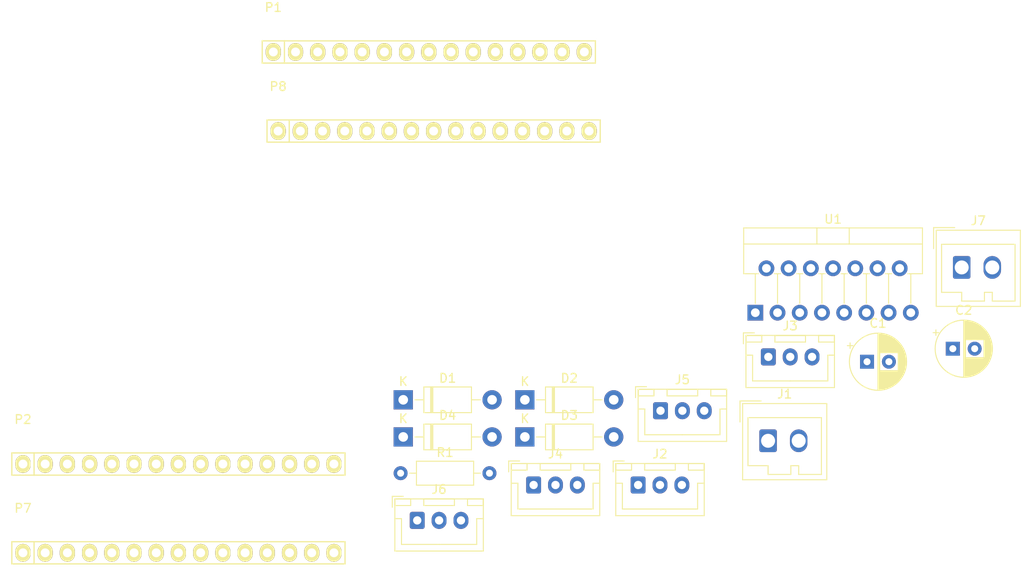
<source format=kicad_pcb>
(kicad_pcb (version 20211014) (generator pcbnew)
  (layers (0 "F.Cu" signal) (31 "B.Cu" signal) (34 "B.Paste" user) (35 "F.Paste" user) (36 "B.SilkS" user "B.Silkscreen") (37 "F.SilkS" user "F.Silkscreen") (38 "B.Mask" user) (39 "F.Mask" user) (44 "Edge.Cuts" user))
  (net 0 "")
  (net 1 "Vin")
  (net 2 "GND")
  (net 3 "Net-(D1-Pad2)")
  (net 4 "Net-(D3-Pad2)")
  (net 5 "+5V")
  (net 6 "A1")
  (net 7 "6(**)")
  (net 8 "A0")
  (net 9 "9(**)")
  (net 10 "A2")
  (net 11 "/1(Tx)")
  (net 12 "/0(Rx)")
  (net 13 "/Reset")
  (net 14 "/2")
  (net 15 "/3(**)")
  (net 16 "/4")
  (net 17 "5(**)")
  (net 18 "7")
  (net 19 "8")
  (net 20 "/10(**{slash}SS)")
  (net 21 "/11(**{slash}MOSI)")
  (net 22 "/12(MISO)")
  (net 23 "/A7")
  (net 24 "/A6")
  (net 25 "/A5")
  (net 26 "/A4")
  (net 27 "/A3")
  (net 28 "/AREF")
  (net 29 "+3V3")
  (net 30 "/13(SCK)")
  (footprint "Connector_Wago:Wago_734-132_1x02_P3.50mm_Vertical" (layer "F.Cu") (at 120.764759 96.4)
    (fp_text reference "J1" (at 1.9 -5.35) (layer "F.SilkS"))
    (fp_text value "POWER")
    (pad "1" thru_hole roundrect (at 0 0) (size 2 2.6) (drill 1.6) (layers *.Cu *.Mask) (roundrect_rratio 0.125) (net 2 "GND"))
    (pad "2" thru_hole oval (at 3.5 0) (size 2 2.6) (drill 1.6) (layers *.Cu *.Mask) (net 1 "Vin"))
  )
  (footprint "Capacitor_THT:CP_Radial_D6.3mm_P2.50mm" (layer "F.Cu") (at 141.89 85.86)
    (fp_text reference "C2" (at 1.25 -4.4) (layer "F.SilkS"))
    (fp_text value "0.1uF")
    (pad "1" thru_hole rect (at 0 0) (size 1.6 1.6) (drill 0.8) (layers *.Cu *.Mask) (net 1 "Vin"))
    (pad "2" thru_hole circle (at 2.5 0) (size 1.6 1.6) (drill 0.8) (layers *.Cu *.Mask) (net 2 "GND"))
  )
  (footprint "Connector_Wago:Wago_734-132_1x02_P3.50mm_Vertical" (layer "F.Cu") (at 142.904759 76.56)
    (fp_text reference "J7" (at 1.9 -5.35) (layer "F.SilkS"))
    (fp_text value "MOTOR")
    (pad "1" thru_hole roundrect (at 0 0) (size 2 2.6) (drill 1.6) (layers *.Cu *.Mask) (roundrect_rratio 0.125) (net 3 "Net-(D1-Pad2)"))
    (pad "2" thru_hole oval (at 3.5 0) (size 2 2.6) (drill 1.6) (layers *.Cu *.Mask) (net 4 "Net-(D3-Pad2)"))
  )
  (footprint "footprints:Socket_Strip_Arduino_1x15" (layer "F.Cu") (at 64.19 51.9)
    (fp_text reference "P1" (at 0 -5.1) (layer "F.SilkS"))
    (fp_text value "Digital")
    (pad "1" thru_hole oval (at 0 0) (size 1.7272 2.032) (drill 1.016) (layers *.Cu *.Mask "F.SilkS") (net 11 "/1(Tx)"))
    (pad "2" thru_hole oval (at 2.54 0) (size 1.7272 2.032) (drill 1.016) (layers *.Cu *.Mask "F.SilkS") (net 12 "/0(Rx)"))
    (pad "3" thru_hole oval (at 5.08 0) (size 1.7272 2.032) (drill 1.016) (layers *.Cu *.Mask "F.SilkS") (net 13 "/Reset"))
    (pad "4" thru_hole oval (at 7.62 0) (size 1.7272 2.032) (drill 1.016) (layers *.Cu *.Mask "F.SilkS") (net 2 "GND"))
    (pad "5" thru_hole oval (at 10.16 0) (size 1.7272 2.032) (drill 1.016) (layers *.Cu *.Mask "F.SilkS") (net 14 "/2"))
    (pad "6" thru_hole oval (at 12.7 0) (size 1.7272 2.032) (drill 1.016) (layers *.Cu *.Mask "F.SilkS") (net 15 "/3(**)"))
    (pad "7" thru_hole oval (at 15.24 0) (size 1.7272 2.032) (drill 1.016) (layers *.Cu *.Mask "F.SilkS") (net 16 "/4"))
    (pad "8" thru_hole oval (at 17.78 0) (size 1.7272 2.032) (drill 1.016) (layers *.Cu *.Mask "F.SilkS") (net 17 "5(**)"))
    (pad "9" thru_hole oval (at 20.32 0) (size 1.7272 2.032) (drill 1.016) (layers *.Cu *.Mask "F.SilkS") (net 7 "6(**)"))
    (pad "10" thru_hole oval (at 22.86 0) (size 1.7272 2.032) (drill 1.016) (layers *.Cu *.Mask "F.SilkS") (net 18 "7"))
    (pad "11" thru_hole oval (at 25.4 0) (size 1.7272 2.032) (drill 1.016) (layers *.Cu *.Mask "F.SilkS") (net 19 "8"))
    (pad "12" thru_hole oval (at 27.94 0) (size 1.7272 2.032) (drill 1.016) (layers *.Cu *.Mask "F.SilkS") (net 9 "9(**)"))
    (pad "13" thru_hole oval (at 30.48 0) (size 1.7272 2.032) (drill 1.016) (layers *.Cu *.Mask "F.SilkS") (net 20 "/10(**{slash}SS)"))
    (pad "14" thru_hole oval (at 33.02 0) (size 1.7272 2.032) (drill 1.016) (layers *.Cu *.Mask "F.SilkS") (net 21 "/11(**{slash}MOSI)"))
    (pad "15" thru_hole oval (at 35.56 0) (size 1.7272 2.032) (drill 1.016) (layers *.Cu *.Mask "F.SilkS") (net 22 "/12(MISO)"))
  )
  (footprint "Package_TO_SOT_THT:TO-220-15_P2.54x2.54mm_StaggerOdd_Lead4.58mm_Vertical" (layer "F.Cu") (at 119.304759 81.74)
    (fp_text reference "U1" (at 8.89 -10.7) (layer "F.SilkS"))
    (fp_text value "L298HN")
    (pad "1" thru_hole rect (at 0 0) (size 1.8 1.8) (drill 1) (layers *.Cu *.Mask) (net 2 "GND"))
    (pad "2" thru_hole oval (at 1.27 -5.08) (size 1.8 1.8) (drill 1) (layers *.Cu *.Mask) (net 3 "Net-(D1-Pad2)"))
    (pad "3" thru_hole oval (at 2.54 0) (size 1.8 1.8) (drill 1) (layers *.Cu *.Mask) (net 4 "Net-(D3-Pad2)"))
    (pad "4" thru_hole oval (at 3.81 -5.08) (size 1.8 1.8) (drill 1) (layers *.Cu *.Mask) (net 1 "Vin"))
    (pad "5" thru_hole oval (at 5.08 0) (size 1.8 1.8) (drill 1) (layers *.Cu *.Mask) (net 19 "8"))
    (pad "6" thru_hole oval (at 6.35 -5.08) (size 1.8 1.8) (drill 1) (layers *.Cu *.Mask) (net 17 "5(**)"))
    (pad "7" thru_hole oval (at 7.62 0) (size 1.8 1.8) (drill 1) (layers *.Cu *.Mask) (net 18 "7"))
    (pad "8" thru_hole oval (at 8.89 -5.08) (size 1.8 1.8) (drill 1) (layers *.Cu *.Mask) (net 2 "GND"))
    (pad "9" thru_hole oval (at 10.16 0) (size 1.8 1.8) (drill 1) (layers *.Cu *.Mask))
    (pad "10" thru_hole oval (at 11.43 -5.08) (size 1.8 1.8) (drill 1) (layers *.Cu *.Mask))
    (pad "11" thru_hole oval (at 12.7 0) (size 1.8 1.8) (drill 1) (layers *.Cu *.Mask))
    (pad "12" thru_hole oval (at 13.97 -5.08) (size 1.8 1.8) (drill 1) (layers *.Cu *.Mask))
    (pad "13" thru_hole oval (at 15.24 0) (size 1.8 1.8) (drill 1) (layers *.Cu *.Mask))
    (pad "14" thru_hole oval (at 16.51 -5.08) (size 1.8 1.8) (drill 1) (layers *.Cu *.Mask))
    (pad "15" thru_hole oval (at 17.78 0) (size 1.8 1.8) (drill 1) (layers *.Cu *.Mask) (net 2 "GND"))
  )
  (footprint "Connector_JST:JST_XH_B3B-XH-A_1x03_P2.50mm_Vertical" (layer "F.Cu") (at 120.794759 86.8)
    (fp_text reference "J3" (at 2.5 -3.55) (layer "F.SilkS"))
    (fp_text value "SERVO")
    (pad "1" thru_hole roundrect (at 0 0) (size 1.7 1.95) (drill 0.95) (layers *.Cu *.Mask) (roundrect_rratio 0.147059) (net 5 "+5V"))
    (pad "2" thru_hole oval (at 2.5 0) (size 1.7 1.95) (drill 0.95) (layers *.Cu *.Mask) (net 7 "6(**)"))
    (pad "3" thru_hole oval (at 5 0) (size 1.7 1.95) (drill 0.95) (layers *.Cu *.Mask) (net 2 "GND"))
  )
  (footprint "footprints:Socket_Strip_Arduino_1x15" (layer "F.Cu") (at 64.74 60.95)
    (fp_text reference "P8" (at 0 -5.1) (layer "F.SilkS"))
    (fp_text value "Analog")
    (pad "1" thru_hole oval (at 0 0) (size 1.7272 2.032) (drill 1.016) (layers *.Cu *.Mask "F.SilkS") (net 1 "Vin"))
    (pad "2" thru_hole oval (at 2.54 0) (size 1.7272 2.032) (drill 1.016) (layers *.Cu *.Mask "F.SilkS") (net 2 "GND"))
    (pad "3" thru_hole oval (at 5.08 0) (size 1.7272 2.032) (drill 1.016) (layers *.Cu *.Mask "F.SilkS") (net 13 "/Reset"))
    (pad "4" thru_hole oval (at 7.62 0) (size 1.7272 2.032) (drill 1.016) (layers *.Cu *.Mask "F.SilkS") (net 5 "+5V"))
    (pad "5" thru_hole oval (at 10.16 0) (size 1.7272 2.032) (drill 1.016) (layers *.Cu *.Mask "F.SilkS") (net 23 "/A7"))
    (pad "6" thru_hole oval (at 12.7 0) (size 1.7272 2.032) (drill 1.016) (layers *.Cu *.Mask "F.SilkS") (net 24 "/A6"))
    (pad "7" thru_hole oval (at 15.24 0) (size 1.7272 2.032) (drill 1.016) (layers *.Cu *.Mask "F.SilkS") (net 25 "/A5"))
    (pad "8" thru_hole oval (at 17.78 0) (size 1.7272 2.032) (drill 1.016) (layers *.Cu *.Mask "F.SilkS") (net 26 "/A4"))
    (pad "9" thru_hole oval (at 20.32 0) (size 1.7272 2.032) (drill 1.016) (layers *.Cu *.Mask "F.SilkS") (net 27 "/A3"))
    (pad "10" thru_hole oval (at 22.86 0) (size 1.7272 2.032) (drill 1.016) (layers *.Cu *.Mask "F.SilkS") (net 10 "A2"))
    (pad "11" thru_hole oval (at 25.4 0) (size 1.7272 2.032) (drill 1.016) (layers *.Cu *.Mask "F.SilkS") (net 6 "A1"))
    (pad "12" thru_hole oval (at 27.94 0) (size 1.7272 2.032) (drill 1.016) (layers *.Cu *.Mask "F.SilkS") (net 8 "A0"))
    (pad "13" thru_hole oval (at 30.48 0) (size 1.7272 2.032) (drill 1.016) (layers *.Cu *.Mask "F.SilkS") (net 28 "/AREF"))
    (pad "14" thru_hole oval (at 33.02 0) (size 1.7272 2.032) (drill 1.016) (layers *.Cu *.Mask "F.SilkS") (net 29 "+3V3"))
    (pad "15" thru_hole oval (at 35.56 0) (size 1.7272 2.032) (drill 1.016) (layers *.Cu *.Mask "F.SilkS") (net 30 "/13(SCK)"))
  )
  (footprint "Connector_JST:JST_XH_B3B-XH-A_1x03_P2.50mm_Vertical" (layer "F.Cu") (at 105.904759 101.46)
    (fp_text reference "J2" (at 2.5 -3.55) (layer "F.SilkS"))
    (fp_text value "sensor 2")
    (pad "1" thru_hole roundrect (at 0 0) (size 1.7 1.95) (drill 0.95) (layers *.Cu *.Mask) (roundrect_rratio 0.147059) (net 5 "+5V"))
    (pad "2" thru_hole oval (at 2.5 0) (size 1.7 1.95) (drill 0.95) (layers *.Cu *.Mask) (net 6 "A1"))
    (pad "3" thru_hole oval (at 5 0) (size 1.7 1.95) (drill 0.95) (layers *.Cu *.Mask) (net 2 "GND"))
  )
  (footprint "Connector_JST:JST_XH_B3B-XH-A_1x03_P2.50mm_Vertical" (layer "F.Cu") (at 93.954759 101.46)
    (fp_text reference "J4" (at 2.5 -3.55) (layer "F.SilkS"))
    (fp_text value "sensor 1")
    (pad "1" thru_hole roundrect (at 0 0) (size 1.7 1.95) (drill 0.95) (layers *.Cu *.Mask) (roundrect_rratio 0.147059) (net 5 "+5V"))
    (pad "2" thru_hole oval (at 2.5 0) (size 1.7 1.95) (drill 0.95) (layers *.Cu *.Mask) (net 8 "A0"))
    (pad "3" thru_hole oval (at 5 0) (size 1.7 1.95) (drill 0.95) (layers *.Cu *.Mask) (net 2 "GND"))
  )
  (footprint "Diode_THT:D_DO-41_SOD81_P10.16mm_Horizontal" (layer "F.Cu") (at 79.044759 91.71)
    (fp_text reference "D1" (at 5.08 -2.47) (layer "F.SilkS"))
    (fp_text value "1N4007")
    (fp_text user "K" (at 0 -2.1) (layer "F.SilkS"))
    (pad "1" thru_hole rect (at 0 0) (size 2.2 2.2) (drill 1.1) (layers *.Cu *.Mask) (net 1 "Vin"))
    (pad "2" thru_hole oval (at 10.16 0) (size 2.2 2.2) (drill 1.1) (layers *.Cu *.Mask) (net 3 "Net-(D1-Pad2)"))
  )
  (footprint "Diode_THT:D_DO-41_SOD81_P10.16mm_Horizontal" (layer "F.Cu") (at 92.954759 91.71)
    (fp_text reference "D2" (at 5.08 -2.47) (layer "F.SilkS"))
    (fp_text value "1N4007")
    (fp_text user "K" (at 0 -2.1) (layer "F.SilkS"))
    (pad "1" thru_hole rect (at 0 0) (size 2.2 2.2) (drill 1.1) (layers *.Cu *.Mask) (net 3 "Net-(D1-Pad2)"))
    (pad "2" thru_hole oval (at 10.16 0) (size 2.2 2.2) (drill 1.1) (layers *.Cu *.Mask) (net 2 "GND"))
  )
  (footprint "footprints:Socket_Strip_Arduino_1x15" (layer "F.Cu") (at 35.56 99.06)
    (fp_text reference "P2" (at 0 -5.1) (layer "F.SilkS"))
    (fp_text value "Analog")
    (pad "1" thru_hole oval (at 0 0) (size 1.7272 2.032) (drill 1.016) (layers *.Cu *.Mask "F.SilkS") (net 1 "Vin"))
    (pad "2" thru_hole oval (at 2.54 0) (size 1.7272 2.032) (drill 1.016) (layers *.Cu *.Mask "F.SilkS") (net 2 "GND"))
    (pad "3" thru_hole oval (at 5.08 0) (size 1.7272 2.032) (drill 1.016) (layers *.Cu *.Mask "F.SilkS") (net 13 "/Reset"))
    (pad "4" thru_hole oval (at 7.62 0) (size 1.7272 2.032) (drill 1.016) (layers *.Cu *.Mask "F.SilkS") (net 5 "+5V"))
    (pad "5" thru_hole oval (at 10.16 0) (size 1.7272 2.032) (drill 1.016) (layers *.Cu *.Mask "F.SilkS") (net 23 "/A7"))
    (pad "6" thru_hole oval (at 12.7 0) (size 1.7272 2.032) (drill 1.016) (layers *.Cu *.Mask "F.SilkS") (net 24 "/A6"))
    (pad "7" thru_hole oval (at 15.24 0) (size 1.7272 2.032) (drill 1.016) (layers *.Cu *.Mask "F.SilkS") (net 25 "/A5"))
    (pad "8" thru_hole oval (at 17.78 0) (size 1.7272 2.032) (drill 1.016) (layers *.Cu *.Mask "F.SilkS") (net 26 "/A4"))
    (pad "9" thru_hole oval (at 20.32 0) (size 1.7272 2.032) (drill 1.016) (layers *.Cu *.Mask "F.SilkS") (net 27 "/A3"))
    (pad "10" thru_hole oval (at 22.86 0) (size 1.7272 2.032) (drill 1.016) (layers *.Cu *.Mask "F.SilkS") (net 10 "A2"))
    (pad "11" thru_hole oval (at 25.4 0) (size 1.7272 2.032) (drill 1.016) (layers *.Cu *.Mask "F.SilkS") (net 6 "A1"))
    (pad "12" thru_hole oval (at 27.94 0) (size 1.7272 2.032) (drill 1.016) (layers *.Cu *.Mask "F.SilkS") (net 8 "A0"))
    (pad "13" thru_hole oval (at 30.48 0) (size 1.7272 2.032) (drill 1.016) (layers *.Cu *.Mask "F.SilkS") (net 28 "/AREF"))
    (pad "14" thru_hole oval (at 33.02 0) (size 1.7272 2.032) (drill 1.016) (layers *.Cu *.Mask "F.SilkS") (net 29 "+3V3"))
    (pad "15" thru_hole oval (at 35.56 0) (size 1.7272 2.032) (drill 1.016) (layers *.Cu *.Mask "F.SilkS") (net 30 "/13(SCK)"))
  )
  (footprint "Diode_THT:D_DO-41_SOD81_P10.16mm_Horizontal" (layer "F.Cu") (at 79.044759 95.96)
    (fp_text reference "D4" (at 5.08 -2.47) (layer "F.SilkS"))
    (fp_text value "1N4007")
    (fp_text user "K" (at 0 -2.1) (layer "F.SilkS"))
    (pad "1" thru_hole rect (at 0 0) (size 2.2 2.2) (drill 1.1) (layers *.Cu *.Mask) (net 4 "Net-(D3-Pad2)"))
    (pad "2" thru_hole oval (at 10.16 0) (size 2.2 2.2) (drill 1.1) (layers *.Cu *.Mask) (net 2 "GND"))
  )
  (footprint "footprints:Socket_Strip_Arduino_1x15" (layer "F.Cu") (at 35.56 109.22)
    (fp_text reference "P7" (at 0 -5.1) (layer "F.SilkS"))
    (fp_text value "Digital")
    (pad "1" thru_hole oval (at 0 0) (size 1.7272 2.032) (drill 1.016) (layers *.Cu *.Mask "F.SilkS") (net 11 "/1(Tx)"))
    (pad "2" thru_hole oval (at 2.54 0) (size 1.7272 2.032) (drill 1.016) (layers *.Cu *.Mask "F.SilkS") (net 12 "/0(Rx)"))
    (pad "3" thru_hole oval (at 5.08 0) (size 1.7272 2.032) (drill 1.016) (layers *.Cu *.Mask "F.SilkS") (net 13 "/Reset"))
    (pad "4" thru_hole oval (at 7.62 0) (size 1.7272 2.032) (drill 1.016) (layers *.Cu *.Mask "F.SilkS") (net 2 "GND"))
    (pad "5" thru_hole oval (at 10.16 0) (size 1.7272 2.032) (drill 1.016) (layers *.Cu *.Mask "F.SilkS") (net 14 "/2"))
    (pad "6" thru_hole oval (at 12.7 0) (size 1.7272 2.032) (drill 1.016) (layers *.Cu *.Mask "F.SilkS") (net 15 "/3(**)"))
    (pad "7" thru_hole oval (at 15.24 0) (size 1.7272 2.032) (drill 1.016) (layers *.Cu *.Mask "F.SilkS") (net 16 "/4"))
    (pad "8" thru_hole oval (at 17.78 0) (size 1.7272 2.032) (drill 1.016) (layers *.Cu *.Mask "F.SilkS") (net 17 "5(**)"))
    (pad "9" thru_hole oval (at 20.32 0) (size 1.7272 2.032) (drill 1.016) (layers *.Cu *.Mask "F.SilkS") (net 7 "6(**)"))
    (pad "10" thru_hole oval (at 22.86 0) (size 1.7272 2.032) (drill 1.016) (layers *.Cu *.Mask "F.SilkS") (net 18 "7"))
    (pad "11" thru_hole oval (at 25.4 0) (size 1.7272 2.032) (drill 1.016) (layers *.Cu *.Mask "F.SilkS") (net 19 "8"))
    (pad "12" thru_hole oval (at 27.94 0) (size 1.7272 2.032) (drill 1.016) (layers *.Cu *.Mask "F.SilkS") (net 9 "9(**)"))
    (pad "13" thru_hole oval (at 30.48 0) (size 1.7272 2.032) (drill 1.016) (layers *.Cu *.Mask "F.SilkS") (net 20 "/10(**{slash}SS)"))
    (pad "14" thru_hole oval (at 33.02 0) (size 1.7272 2.032) (drill 1.016) (layers *.Cu *.Mask "F.SilkS") (net 21 "/11(**{slash}MOSI)"))
    (pad "15" thru_hole oval (at 35.56 0) (size 1.7272 2.032) (drill 1.016) (layers *.Cu *.Mask "F.SilkS") (net 22 "/12(MISO)"))
  )
  (footprint "Resistor_THT:R_Axial_DIN0207_L6.3mm_D2.5mm_P10.16mm_Horizontal" (layer "F.Cu") (at 78.744759 100.11)
    (fp_text reference "R1" (at 5.08 -2.37) (layer "F.SilkS"))
    (fp_text value "R")
    (pad "1" thru_hole circle (at 0 0) (size 1.6 1.6) (drill 0.8) (layers *.Cu *.Mask) (net 9 "9(**)"))
    (pad "2" thru_hole oval (at 10.16 0) (size 1.6 1.6) (drill 0.8) (layers *.Cu *.Mask) (net 2 "GND"))
  )
  (footprint "Connector_JST:JST_XH_B3B-XH-A_1x03_P2.50mm_Vertical" (layer "F.Cu") (at 108.464759 92.96)
    (fp_text reference "J5" (at 2.5 -3.55) (layer "F.SilkS"))
    (fp_text value "START")
    (pad "1" thru_hole roundrect (at 0 0) (size 1.7 1.95) (drill 0.95) (layers *.Cu *.Mask) (roundrect_rratio 0.147059) (net 5 "+5V"))
    (pad "2" thru_hole oval (at 2.5 0) (size 1.7 1.95) (drill 0.95) (layers *.Cu *.Mask) (net 9 "9(**)"))
    (pad "3" thru_hole oval (at 5 0) (size 1.7 1.95) (drill 0.95) (layers *.Cu *.Mask) (net 2 "GND"))
  )
  (footprint "Connector_JST:JST_XH_B3B-XH-A_1x03_P2.50mm_Vertical" (layer "F.Cu") (at 80.644759 105.51)
    (fp_text reference "J6" (at 2.5 -3.55) (layer "F.SilkS"))
    (fp_text value "sensor 3")
    (pad "1" thru_hole roundrect (at 0 0) (size 1.7 1.95) (drill 0.95) (layers *.Cu *.Mask) (roundrect_rratio 0.147059) (net 5 "+5V"))
    (pad "2" thru_hole oval (at 2.5 0) (size 1.7 1.95) (drill 0.95) (layers *.Cu *.Mask) (net 10 "A2"))
    (pad "3" thru_hole oval (at 5 0) (size 1.7 1.95) (drill 0.95) (layers *.Cu *.Mask) (net 2 "GND"))
  )
  (footprint "Diode_THT:D_DO-41_SOD81_P10.16mm_Horizontal" (layer "F.Cu") (at 92.954759 95.96)
    (fp_text reference "D3" (at 5.08 -2.47) (layer "F.SilkS"))
    (fp_text value "1N4007")
    (fp_text user "K" (at 0 -2.1) (layer "F.SilkS"))
    (pad "1" thru_hole rect (at 0 0) (size 2.2 2.2) (drill 1.1) (layers *.Cu *.Mask) (net 1 "Vin"))
    (pad "2" thru_hole oval (at 10.16 0) (size 2.2 2.2) (drill 1.1) (layers *.Cu *.Mask) (net 4 "Net-(D3-Pad2)"))
  )
  (footprint "Capacitor_THT:CP_Radial_D6.3mm_P2.50mm" (layer "F.Cu") (at 132.08 87.35)
    (fp_text reference "C1" (at 1.25 -4.4) (layer "F.SilkS"))
    (fp_text value "100uf")
    (pad "1" thru_hole rect (at 0 0) (size 1.6 1.6) (drill 0.8) (layers *.Cu *.Mask) (net 1 "Vin"))
    (pad "2" thru_hole circle (at 2.5 0) (size 1.6 1.6) (drill 0.8) (layers *.Cu *.Mask) (net 2 "GND"))
  )
)
</source>
